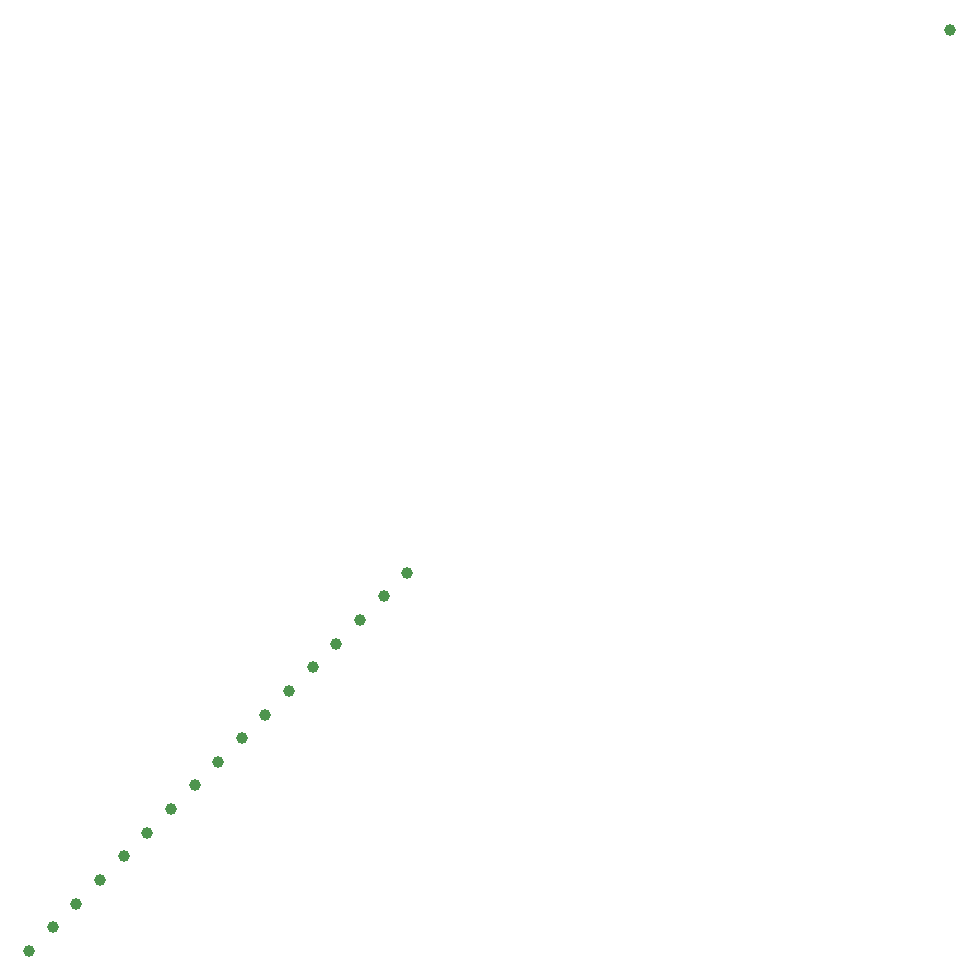
<source format=gbr>
G04 Examples for testing time performance of Gerber parsers*
%FSLAX26Y26*%
%MOMM*%
%ADD10C,1*%
%LPD*%
D10*
X0Y0D03*
X78000000Y78000000D03*
X2000000Y2000000D03*
X4000000Y4000000D03*
X6000000Y6000000D03*
X8000000Y8000000D03*
X10000000Y10000000D03*
X12000000Y12000000D03*
X14000000Y14000000D03*
X16000000Y16000000D03*
X18000000Y18000000D03*
X20000000Y20000000D03*
X22000000Y22000000D03*
X24000000Y24000000D03*
X26000000Y26000000D03*
X28000000Y28000000D03*
X30000000Y30000000D03*
X32000000Y32000000D03*
M02*

</source>
